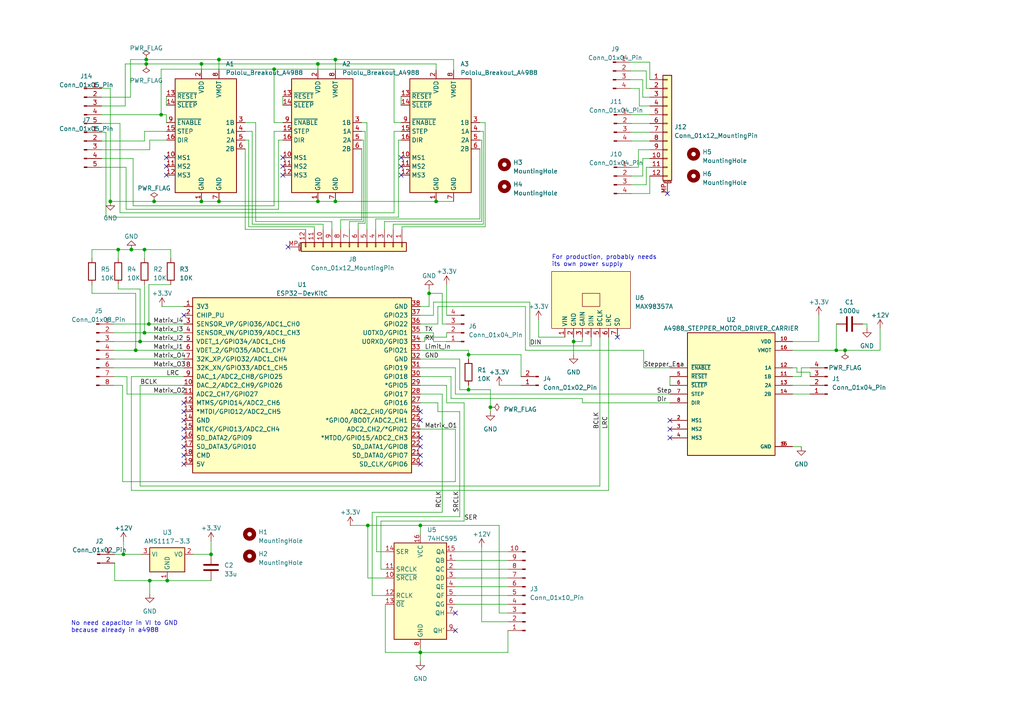
<source format=kicad_sch>
(kicad_sch (version 20230121) (generator eeschema)
  (paper "A4")
  (title_block (title "Wonder Reader 2 Mainboard") (date "2023-05-11") (rev "1") (company "Project Lily"))
  (lib_symbols
    (symbol "74xx:74HC595"
      (property "Reference" "U" (at -7.62 13.97 0))
      (property "Value" "74HC595" (at -7.62 -16.51 0))
      (symbol "74HC595_1_0"
        (pin tri_state line (at 10.16 7.62 180) (length 2.54) (name "QB") (number "1"))
        (pin input line (at -10.16 2.54 0) (length 2.54) (name "~{SRCLR}") (number "10"))
        (pin input line (at -10.16 5.08 0) (length 2.54) (name "SRCLK") (number "11"))
        (pin input line (at -10.16 -2.54 0) (length 2.54) (name "RCLK") (number "12"))
        (pin input line (at -10.16 -5.08 0) (length 2.54) (name "~{OE}") (number "13"))
        (pin input line (at -10.16 10.16 0) (length 2.54) (name "SER") (number "14"))
        (pin tri_state line (at 10.16 10.16 180) (length 2.54) (name "QA") (number "15"))
        (pin power_in line (at 0 15.24 270) (length 2.54) (name "VCC") (number "16"))
        (pin tri_state line (at 10.16 5.08 180) (length 2.54) (name "QC") (number "2"))
        (pin tri_state line (at 10.16 2.54 180) (length 2.54) (name "QD") (number "3"))
        (pin tri_state line (at 10.16 0 180) (length 2.54) (name "QE") (number "4"))
        (pin tri_state line (at 10.16 -2.54 180) (length 2.54) (name "QF") (number "5"))
        (pin tri_state line (at 10.16 -5.08 180) (length 2.54) (name "QG") (number "6"))
        (pin tri_state line (at 10.16 -7.62 180) (length 2.54) (name "QH") (number "7"))
        (pin power_in line (at 0 -17.78 90) (length 2.54) (name "GND") (number "8"))
        (pin output line (at 10.16 -12.7 180) (length 2.54) (name "QH'") (number "9"))
      )
    )
    (symbol "A4988_STEPPER_MOTOR_DRIVER_CARRIER:A4988_STEPPER_MOTOR_DRIVER_CARRIER" (pin_names (offset 1.016))
      (property "Reference" "U" (at -12.7 19.05 0))
      (property "Value" "A4988_STEPPER_MOTOR_DRIVER_CARRIER" (at -12.7 -21.59 0))
      (symbol "A4988_STEPPER_MOTOR_DRIVER_CARRIER_0_0"
        (pin input line (at -17.78 7.62 0) (length 5.08) (name "~{ENABLE}") (number "1"))
        (pin power_in line (at 17.78 15.24 180) (length 5.08) (name "VDD") (number "10"))
        (pin output line (at 17.78 5.08 180) (length 5.08) (name "1B") (number "11"))
        (pin output line (at 17.78 7.62 180) (length 5.08) (name "1A") (number "12"))
        (pin output line (at 17.78 2.54 180) (length 5.08) (name "2A") (number "13"))
        (pin output line (at 17.78 0 180) (length 5.08) (name "2B") (number "14"))
        (pin power_in line (at 17.78 -15.24 180) (length 5.08) (name "GND") (number "15"))
        (pin power_in line (at 17.78 12.7 180) (length 5.08) (name "VMOT") (number "16"))
        (pin input line (at -17.78 -7.62 0) (length 5.08) (name "MS1") (number "2"))
        (pin input line (at -17.78 -10.16 0) (length 5.08) (name "MS2") (number "3"))
        (pin input line (at -17.78 -12.7 0) (length 5.08) (name "MS3") (number "4"))
        (pin input line (at -17.78 5.08 0) (length 5.08) (name "~{RESET}") (number "5"))
        (pin input line (at -17.78 2.54 0) (length 5.08) (name "~{SLEEP}") (number "6"))
        (pin input line (at -17.78 0 0) (length 5.08) (name "STEP") (number "7"))
        (pin input line (at -17.78 -2.54 0) (length 5.08) (name "DIR") (number "8"))
        (pin power_in line (at 17.78 -15.24 180) (length 5.08) (name "GND") (number "9"))
      )
    )
    (symbol "Connector:Conn_01x02_Pin" (pin_names (offset 1.016) hide)
      (property "Reference" "J" (at 0 2.54 0))
      (property "Value" "Conn_01x02_Pin" (at 0 -5.08 0))
      (symbol "Conn_01x02_Pin_1_1"
        (pin passive line (at 5.08 0 180) (length 3.81) (name "Pin_1") (number "1"))
        (pin passive line (at 5.08 -2.54 180) (length 3.81) (name "Pin_2") (number "2"))
      )
    )
    (symbol "Connector:Conn_01x04_Pin" (pin_names (offset 1.016) hide)
      (property "Reference" "J" (at 0 5.08 0))
      (property "Value" "Conn_01x04_Pin" (at 0 -7.62 0))
      (symbol "Conn_01x04_Pin_1_1"
        (pin passive line (at 5.08 2.54 180) (length 3.81) (name "Pin_1") (number "1"))
        (pin passive line (at 5.08 0 180) (length 3.81) (name "Pin_2") (number "2"))
        (pin passive line (at 5.08 -2.54 180) (length 3.81) (name "Pin_3") (number "3"))
        (pin passive line (at 5.08 -5.08 180) (length 3.81) (name "Pin_4") (number "4"))
      )
    )
    (symbol "Connector:Conn_01x05_Pin" (pin_names (offset 1.016) hide)
      (property "Reference" "J" (at 0 7.62 0))
      (property "Value" "Conn_01x05_Pin" (at 0 -7.62 0))
      (symbol "Conn_01x05_Pin_1_1"
        (pin passive line (at 5.08 5.08 180) (length 3.81) (name "Pin_1") (number "1"))
        (pin passive line (at 5.08 2.54 180) (length 3.81) (name "Pin_2") (number "2"))
        (pin passive line (at 5.08 0 180) (length 3.81) (name "Pin_3") (number "3"))
        (pin passive line (at 5.08 -2.54 180) (length 3.81) (name "Pin_4") (number "4"))
        (pin passive line (at 5.08 -5.08 180) (length 3.81) (name "Pin_5") (number "5"))
      )
    )
    (symbol "Connector:Conn_01x08_Pin" (pin_names (offset 1.016) hide)
      (property "Reference" "J" (at 0 10.16 0))
      (property "Value" "Conn_01x08_Pin" (at 0 -12.7 0))
      (symbol "Conn_01x08_Pin_1_1"
        (pin passive line (at 5.08 7.62 180) (length 3.81) (name "Pin_1") (number "1"))
        (pin passive line (at 5.08 5.08 180) (length 3.81) (name "Pin_2") (number "2"))
        (pin passive line (at 5.08 2.54 180) (length 3.81) (name "Pin_3") (number "3"))
        (pin passive line (at 5.08 0 180) (length 3.81) (name "Pin_4") (number "4"))
        (pin passive line (at 5.08 -2.54 180) (length 3.81) (name "Pin_5") (number "5"))
        (pin passive line (at 5.08 -5.08 180) (length 3.81) (name "Pin_6") (number "6"))
        (pin passive line (at 5.08 -7.62 180) (length 3.81) (name "Pin_7") (number "7"))
        (pin passive line (at 5.08 -10.16 180) (length 3.81) (name "Pin_8") (number "8"))
      )
    )
    (symbol "Connector:Conn_01x10_Pin" (pin_names (offset 1.016) hide)
      (property "Reference" "J" (at 0 12.7 0))
      (property "Value" "Conn_01x10_Pin" (at 0 -15.24 0))
      (symbol "Conn_01x10_Pin_1_1"
        (pin passive line (at 5.08 10.16 180) (length 3.81) (name "Pin_1") (number "1"))
        (pin passive line (at 5.08 -12.7 180) (length 3.81) (name "Pin_10") (number "10"))
        (pin passive line (at 5.08 7.62 180) (length 3.81) (name "Pin_2") (number "2"))
        (pin passive line (at 5.08 5.08 180) (length 3.81) (name "Pin_3") (number "3"))
        (pin passive line (at 5.08 2.54 180) (length 3.81) (name "Pin_4") (number "4"))
        (pin passive line (at 5.08 0 180) (length 3.81) (name "Pin_5") (number "5"))
        (pin passive line (at 5.08 -2.54 180) (length 3.81) (name "Pin_6") (number "6"))
        (pin passive line (at 5.08 -5.08 180) (length 3.81) (name "Pin_7") (number "7"))
        (pin passive line (at 5.08 -7.62 180) (length 3.81) (name "Pin_8") (number "8"))
        (pin passive line (at 5.08 -10.16 180) (length 3.81) (name "Pin_9") (number "9"))
      )
    )
    (symbol "Connector_Generic_MountingPin:Conn_01x12_MountingPin" (pin_names (offset 1.016) hide)
      (property "Reference" "J" (at 0 15.24 0))
      (property "Value" "Conn_01x12_MountingPin" (at 1.27 -17.78 0))
      (symbol "Conn_01x12_MountingPin_1_1"
        (text "Mounting" (at 0 -16.891 0) (effects (font (size 0.381 0.381))))
        (pin passive line (at -5.08 12.7 0) (length 3.81) (name "Pin_1") (number "1"))
        (pin passive line (at -5.08 -10.16 0) (length 3.81) (name "Pin_10") (number "10"))
        (pin passive line (at -5.08 -12.7 0) (length 3.81) (name "Pin_11") (number "11"))
        (pin passive line (at -5.08 -15.24 0) (length 3.81) (name "Pin_12") (number "12"))
        (pin passive line (at -5.08 10.16 0) (length 3.81) (name "Pin_2") (number "2"))
        (pin passive line (at -5.08 7.62 0) (length 3.81) (name "Pin_3") (number "3"))
        (pin passive line (at -5.08 5.08 0) (length 3.81) (name "Pin_4") (number "4"))
        (pin passive line (at -5.08 2.54 0) (length 3.81) (name "Pin_5") (number "5"))
        (pin passive line (at -5.08 0 0) (length 3.81) (name "Pin_6") (number "6"))
        (pin passive line (at -5.08 -2.54 0) (length 3.81) (name "Pin_7") (number "7"))
        (pin passive line (at -5.08 -5.08 0) (length 3.81) (name "Pin_8") (number "8"))
        (pin passive line (at -5.08 -7.62 0) (length 3.81) (name "Pin_9") (number "9"))
        (pin passive line (at 0 -20.32 90) (length 3.048) (name "MountPin") (number "MP"))
      )
    )
    (symbol "Device:C" (pin_numbers hide) (pin_names (offset 0.254))
      (property "Reference" "C" (at 0.635 2.54 0))
      (property "Value" "C" (at 0.635 -2.54 0))
      (symbol "C_1_1"
        (pin passive line (at 0 3.81 270) (length 2.794) (name "~") (number "1"))
        (pin passive line (at 0 -3.81 90) (length 2.794) (name "~") (number "2"))
      )
    )
    (symbol "Device:R" (pin_numbers hide) (pin_names (offset 0))
      (property "Reference" "R" (at 2.032 0 90))
      (property "Value" "R" (at 0 0 90))
      (symbol "R_1_1"
        (pin passive line (at 0 3.81 270) (length 1.27) (name "~") (number "1"))
        (pin passive line (at 0 -3.81 90) (length 1.27) (name "~") (number "2"))
      )
    )
    (symbol "Driver_Motor:Pololu_Breakout_A4988"
      (property "Reference" "A" (at -2.54 19.05 0))
      (property "Value" "Pololu_Breakout_A4988" (at -2.54 16.51 0))
      (symbol "Pololu_Breakout_A4988_1_1"
        (pin power_in line (at 0 -20.32 90) (length 2.54) (name "GND") (number "1"))
        (pin input line (at -10.16 -7.62 0) (length 2.54) (name "MS1") (number "10"))
        (pin input line (at -10.16 -10.16 0) (length 2.54) (name "MS2") (number "11"))
        (pin input line (at -10.16 -12.7 0) (length 2.54) (name "MS3") (number "12"))
        (pin input line (at -10.16 10.16 0) (length 2.54) (name "~{RESET}") (number "13"))
        (pin input line (at -10.16 7.62 0) (length 2.54) (name "~{SLEEP}") (number "14"))
        (pin input line (at -10.16 0 0) (length 2.54) (name "STEP") (number "15"))
        (pin input line (at -10.16 -2.54 0) (length 2.54) (name "DIR") (number "16"))
        (pin power_in line (at 0 17.78 270) (length 2.54) (name "VDD") (number "2"))
        (pin output line (at 12.7 2.54 180) (length 2.54) (name "1B") (number "3"))
        (pin output line (at 12.7 0 180) (length 2.54) (name "1A") (number "4"))
        (pin output line (at 12.7 -2.54 180) (length 2.54) (name "2A") (number "5"))
        (pin output line (at 12.7 -5.08 180) (length 2.54) (name "2B") (number "6"))
        (pin power_in line (at 5.08 -20.32 90) (length 2.54) (name "GND") (number "7"))
        (pin power_in line (at 5.08 17.78 270) (length 2.54) (name "VMOT") (number "8"))
        (pin input line (at -10.16 2.54 0) (length 2.54) (name "~{ENABLE}") (number "9"))
      )
    )
    (symbol "Espressif:ESP32-DevKitC" (pin_names (offset 1.016))
      (property "Reference" "U" (at -30.48 30.48 0))
      (property "Value" "ESP32-DevKitC" (at -30.48 27.94 0))
      (symbol "ESP32-DevKitC_0_0"
        (pin power_in line (at -33.02 -10.16 0) (length 2.54) (name "GND") (number "14"))
        (pin power_in line (at -33.02 -22.86 0) (length 2.54) (name "5V") (number "19"))
      )
      (symbol "ESP32-DevKitC_1_1"
        (pin power_in line (at -33.02 22.86 0) (length 2.54) (name "3V3") (number "1"))
        (pin bidirectional line (at -33.02 0 0) (length 2.54) (name "DAC_2/ADC2_CH9/GPIO26") (number "10"))
        (pin bidirectional line (at -33.02 -2.54 0) (length 2.54) (name "ADC2_CH7/GPIO27") (number "11"))
        (pin bidirectional line (at -33.02 -5.08 0) (length 2.54) (name "MTMS/GPIO14/ADC2_CH6") (number "12"))
        (pin bidirectional line (at -33.02 -7.62 0) (length 2.54) (name "*MTDI/GPIO12/ADC2_CH5") (number "13"))
        (pin bidirectional line (at -33.02 -12.7 0) (length 2.54) (name "MTCK/GPIO13/ADC2_CH4") (number "15"))
        (pin bidirectional line (at -33.02 -15.24 0) (length 2.54) (name "SD_DATA2/GPIO9") (number "16"))
        (pin bidirectional line (at -33.02 -17.78 0) (length 2.54) (name "SD_DATA3/GPIO10") (number "17"))
        (pin bidirectional line (at -33.02 -20.32 0) (length 2.54) (name "CMD") (number "18"))
        (pin input line (at -33.02 20.32 0) (length 2.54) (name "CHIP_PU") (number "2"))
        (pin bidirectional line (at 35.56 -22.86 180) (length 2.54) (name "SD_CLK/GPIO6") (number "20"))
        (pin bidirectional line (at 35.56 -20.32 180) (length 2.54) (name "SD_DATA0/GPIO7") (number "21"))
        (pin bidirectional line (at 35.56 -17.78 180) (length 2.54) (name "SD_DATA1/GPIO8") (number "22"))
        (pin bidirectional line (at 35.56 -15.24 180) (length 2.54) (name "*MTDO/GPIO15/ADC2_CH3") (number "23"))
        (pin bidirectional line (at 35.56 -12.7 180) (length 2.54) (name "ADC2_CH2/*GPIO2") (number "24"))
        (pin bidirectional line (at 35.56 -10.16 180) (length 2.54) (name "*GPIO0/BOOT/ADC2_CH1") (number "25"))
        (pin bidirectional line (at 35.56 -7.62 180) (length 2.54) (name "ADC2_CH0/GPIO4") (number "26"))
        (pin bidirectional line (at 35.56 -5.08 180) (length 2.54) (name "GPIO16") (number "27"))
        (pin bidirectional line (at 35.56 -2.54 180) (length 2.54) (name "GPIO17") (number "28"))
        (pin bidirectional line (at 35.56 0 180) (length 2.54) (name "*GPIO5") (number "29"))
        (pin input line (at -33.02 17.78 0) (length 2.54) (name "SENSOR_VP/GPIO36/ADC1_CH0") (number "3"))
        (pin bidirectional line (at 35.56 2.54 180) (length 2.54) (name "GPIO18") (number "30"))
        (pin bidirectional line (at 35.56 5.08 180) (length 2.54) (name "GPIO19") (number "31"))
        (pin power_in line (at 35.56 7.62 180) (length 2.54) (name "GND") (number "32"))
        (pin bidirectional line (at 35.56 10.16 180) (length 2.54) (name "GPIO21") (number "33"))
        (pin bidirectional line (at 35.56 12.7 180) (length 2.54) (name "U0RXD/GPIO3") (number "34"))
        (pin bidirectional line (at 35.56 15.24 180) (length 2.54) (name "U0TXD/GPIO1") (number "35"))
        (pin bidirectional line (at 35.56 17.78 180) (length 2.54) (name "GPIO22") (number "36"))
        (pin bidirectional line (at 35.56 20.32 180) (length 2.54) (name "GPIO23") (number "37"))
        (pin power_in line (at 35.56 22.86 180) (length 2.54) (name "GND") (number "38"))
        (pin input line (at -33.02 15.24 0) (length 2.54) (name "SENSOR_VN/GPIO39/ADC1_CH3") (number "4"))
        (pin input line (at -33.02 12.7 0) (length 2.54) (name "VDET_1/GPIO34/ADC1_CH6") (number "5"))
        (pin input line (at -33.02 10.16 0) (length 2.54) (name "VDET_2/GPIO35/ADC1_CH7") (number "6"))
        (pin bidirectional line (at -33.02 7.62 0) (length 2.54) (name "32K_XP/GPIO32/ADC1_CH4") (number "7"))
        (pin bidirectional line (at -33.02 5.08 0) (length 2.54) (name "32K_XN/GPIO33/ADC1_CH5") (number "8"))
        (pin bidirectional line (at -33.02 2.54 0) (length 2.54) (name "DAC_1/ADC2_CH8/GPIO25") (number "9"))
      )
    )
    (symbol "MAX98357A_1"
      (property "Reference" "U" (at 0 0 0))
      (property "Value" "MAX98357A" (at 0 -2.54 0))
      (symbol "MAX98357A_1_1_1"
        (pin power_in line (at -7.62 -24.13 90) (length 2.54) (name "VIN") (number "1"))
        (pin power_in line (at -5.08 -24.13 90) (length 2.54) (name "GND") (number "2"))
        (pin input line (at -2.54 -24.13 90) (length 2.54) (name "GAIN") (number "3"))
        (pin input line (at 0 -24.13 90) (length 2.54) (name "DIN") (number "4"))
        (pin input line (at 2.54 -24.13 90) (length 2.54) (name "BCLK") (number "5"))
        (pin input line (at 5.08 -24.13 90) (length 2.54) (name "LRC") (number "6"))
        (pin input line (at 7.62 -24.13 90) (length 2.54) (name "SD") (number "7"))
      )
    )
    (symbol "Mechanical:MountingHole" (pin_names (offset 1.016))
      (property "Reference" "H" (at 0 5.08 0))
      (property "Value" "MountingHole" (at 0 3.175 0))
    )
    (symbol "Regulator_Linear:AMS1117-3.3"
      (property "Reference" "U" (at -3.81 3.175 0))
      (property "Value" "AMS1117-3.3" (at 0 3.175 0))
      (symbol "AMS1117-3.3_1_1"
        (pin power_in line (at 0 -7.62 90) (length 2.54) (name "GND") (number "1"))
        (pin power_out line (at 7.62 0 180) (length 2.54) (name "VO") (number "2"))
        (pin power_in line (at -7.62 0 0) (length 2.54) (name "VI") (number "3"))
      )
    )
    (symbol "power:+12V" (power) (pin_names (offset 0))
      (property "Value" "+12V" (at 0 3.556 0))
      (symbol "+12V_1_1"
        (pin power_in line (at 0 0 90) (length 0) hide (name "+12V") (number "1"))
      )
    )
    (symbol "power:+3.3V" (power) (pin_names (offset 0))
      (property "Value" "+3.3V" (at 0 3.556 0))
      (symbol "+3.3V_1_1"
        (pin power_in line (at 0 0 90) (length 0) hide (name "+3.3V") (number "1"))
      )
    )
    (symbol "power:GND" (power) (pin_names (offset 0))
      (property "Value" "GND" (at 0 -3.81 0))
      (symbol "GND_1_1"
        (pin power_in line (at 0 0 270) (length 0) hide (name "GND") (number "1"))
      )
    )
    (symbol "power:PWR_FLAG" (power) (pin_numbers hide) (pin_names (offset 0) hide)
      (property "Value" "PWR_FLAG" (at 0 3.81 0))
      (symbol "PWR_FLAG_0_0"
        (pin power_out line (at 0 0 90) (length 0) (name "pwr") (number "1"))
      )
    )
  )
  (junction (at 97.282 58.42))
  (junction (at 242.57 101.6))
  (junction (at 121.92 152.4))
  (junction (at 38.1 72.39))
  (junction (at 63.5 17.272))
  (junction (at 61.214 160.782))
  (junction (at 97.282 17.272))
  (junction (at 34.29 72.39))
  (junction (at 121.92 189.23))
  (junction (at 166.37 99.06))
  (junction (at 92.202 18.542))
  (junction (at 42.418 17.272))
  (junction (at 135.89 102.87))
  (junction (at 142.24 118.11))
  (junction (at 35.814 160.782))
  (junction (at 63.5 58.42))
  (junction (at 43.18 93.98))
  (junction (at 43.434 168.402))
  (junction (at 126.492 58.42))
  (junction (at 32.004 58.42))
  (junction (at 39.37 101.6))
  (junction (at 79.502 20.066))
  (junction (at 48.514 168.402))
  (junction (at 41.91 72.39))
  (junction (at 42.418 18.542))
  (junction (at 106.68 152.4))
  (junction (at 41.91 96.52))
  (junction (at 58.42 18.542))
  (junction (at 245.11 101.6))
  (junction (at 44.704 58.42))
  (junction (at 92.202 58.42))
  (junction (at 135.89 113.03))
  (junction (at 58.42 58.42))
  (junction (at 46.736 33.274))
  (junction (at 40.64 99.06))
  (junction (at 124.46 85.09))
  (no_connect (at 194.31 127))
  (no_connect (at 48.26 50.8))
  (no_connect (at 82.042 48.26))
  (no_connect (at 194.31 124.46))
  (no_connect (at 121.92 134.62))
  (no_connect (at 48.26 48.26))
  (no_connect (at 116.332 45.72))
  (no_connect (at 121.92 129.54))
  (no_connect (at 121.92 127))
  (no_connect (at 53.34 132.08))
  (no_connect (at 53.34 129.54))
  (no_connect (at 53.34 124.46))
  (no_connect (at 82.042 45.72))
  (no_connect (at 121.92 121.92))
  (no_connect (at 179.07 97.79))
  (no_connect (at 53.34 116.84))
  (no_connect (at 48.26 45.72))
  (no_connect (at 53.34 127))
  (no_connect (at 83.566 71.628))
  (no_connect (at 53.34 134.62))
  (no_connect (at 121.92 132.08))
  (no_connect (at 116.332 50.8))
  (no_connect (at 194.31 121.92))
  (no_connect (at 53.34 121.92))
  (no_connect (at 193.548 56.134))
  (no_connect (at 53.34 119.38))
  (no_connect (at 132.08 182.88))
  (no_connect (at 116.332 48.26))
  (no_connect (at 82.042 50.8))
  (no_connect (at 121.92 119.38))
  (no_connect (at 132.08 177.8))
  (no_connect (at 53.34 91.44))
  (wire (pts (xy 43.434 168.402) (xy 43.434 172.212)))
  (wire (pts (xy 48.26 33.274) (xy 48.26 35.56)))
  (wire (pts (xy 82.042 38.1) (xy 79.502 38.1)))
  (wire (pts (xy 34.29 72.39) (xy 38.1 72.39)))
  (wire (pts (xy 186.69 101.6) (xy 186.69 106.68)))
  (wire (pts (xy 135.89 102.87) (xy 151.13 102.87)))
  (wire (pts (xy 186.436 51.054) (xy 186.436 45.974)))
  (wire (pts (xy 53.34 101.6) (xy 39.37 101.6)))
  (wire (pts (xy 33.274 160.782) (xy 35.814 160.782)))
  (wire (pts (xy 42.418 18.542) (xy 58.42 18.542)))
  (wire (pts (xy 129.54 97.79) (xy 129.54 96.52)))
  (wire (pts (xy 127 88.9) (xy 127 93.98)))
  (wire (pts (xy 107.95 148.59) (xy 107.95 172.72)))
  (wire (pts (xy 98.806 63.754) (xy 98.806 66.548)))
  (wire (pts (xy 147.32 189.23) (xy 121.92 189.23)))
  (wire (pts (xy 116.332 35.56) (xy 114.3 35.56)))
  (wire (pts (xy 107.95 148.59) (xy 128.27 148.59)))
  (wire (pts (xy 183.134 40.894) (xy 188.468 40.894)))
  (wire (pts (xy 43.18 82.55) (xy 43.18 93.98)))
  (wire (pts (xy 166.37 99.06) (xy 166.37 102.87)))
  (wire (pts (xy 73.152 65.024) (xy 93.726 65.024)))
  (wire (pts (xy 79.502 59.69) (xy 38.608 59.69)))
  (wire (pts (xy 106.68 152.4) (xy 121.92 152.4)))
  (wire (pts (xy 26.67 82.55) (xy 26.67 85.09)))
  (wire (pts (xy 108.966 63.5) (xy 139.192 63.5)))
  (wire (pts (xy 147.32 177.8) (xy 144.78 177.8)))
  (wire (pts (xy 229.87 106.68) (xy 231.14 106.68)))
  (wire (pts (xy 26.67 85.09) (xy 39.37 85.09)))
  (wire (pts (xy 43.434 43.434) (xy 29.464 43.434)))
  (wire (pts (xy 53.34 93.98) (xy 43.18 93.98)))
  (wire (pts (xy 110.49 151.13) (xy 110.49 165.1)))
  (wire (pts (xy 133.35 149.86) (xy 109.22 149.86)))
  (wire (pts (xy 121.92 99.06) (xy 123.19 99.06)))
  (wire (pts (xy 39.37 85.09) (xy 39.37 101.6)))
  (wire (pts (xy 114.3 61.722) (xy 114.3 38.1)))
  (wire (pts (xy 124.46 83.82) (xy 124.46 85.09)))
  (wire (pts (xy 255.27 101.6) (xy 255.27 95.25)))
  (wire (pts (xy 139.7 64.262) (xy 111.506 64.262)))
  (wire (pts (xy 140.208 65.024) (xy 140.208 38.1)))
  (wire (pts (xy 58.42 58.42) (xy 63.5 58.42)))
  (wire (pts (xy 114.046 66.548) (xy 114.046 65.024)))
  (wire (pts (xy 43.434 168.402) (xy 48.514 168.402)))
  (wire (pts (xy 116.586 65.786) (xy 116.586 66.548)))
  (wire (pts (xy 125.73 99.06) (xy 129.54 99.06)))
  (wire (pts (xy 152.4 88.9) (xy 152.4 101.6)))
  (wire (pts (xy 46.736 20.066) (xy 46.736 33.274)))
  (wire (pts (xy 229.87 99.06) (xy 237.49 99.06)))
  (wire (pts (xy 106.426 35.56) (xy 104.902 35.56)))
  (wire (pts (xy 111.506 64.262) (xy 111.506 66.548)))
  (wire (pts (xy 49.53 74.93) (xy 49.53 72.39)))
  (wire (pts (xy 34.798 61.722) (xy 114.3 61.722)))
  (wire (pts (xy 121.92 114.3) (xy 128.27 114.3)))
  (wire (pts (xy 33.02 96.52) (xy 41.91 96.52)))
  (wire (pts (xy 139.7 180.34) (xy 147.32 180.34)))
  (wire (pts (xy 37.846 17.272) (xy 42.418 17.272)))
  (wire (pts (xy 232.41 109.22) (xy 232.41 106.68)))
  (wire (pts (xy 35.56 111.76) (xy 35.56 139.7)))
  (wire (pts (xy 97.282 58.42) (xy 126.492 58.42)))
  (wire (pts (xy 30.734 62.992) (xy 30.734 38.354)))
  (wire (pts (xy 171.45 100.33) (xy 171.45 97.79)))
  (wire (pts (xy 40.64 83.82) (xy 40.64 99.06)))
  (wire (pts (xy 92.202 18.542) (xy 92.202 20.32)))
  (wire (pts (xy 71.12 35.56) (xy 74.168 35.56)))
  (wire (pts (xy 71.12 43.18) (xy 71.12 66.548)))
  (wire (pts (xy 37.846 28.194) (xy 37.846 17.272)))
  (wire (pts (xy 105.918 64.77) (xy 103.886 64.77)))
  (wire (pts (xy 152.4 88.9) (xy 127 88.9)))
  (wire (pts (xy 188.468 28.194) (xy 186.436 28.194)))
  (wire (pts (xy 133.35 119.38) (xy 133.35 149.86)))
  (wire (pts (xy 30.734 62.992) (xy 115.57 62.992)))
  (wire (pts (xy 129.54 116.84) (xy 129.54 111.76)))
  (wire (pts (xy 135.89 111.76) (xy 135.89 113.03)))
  (wire (pts (xy 105.918 38.1) (xy 105.918 64.77)))
  (wire (pts (xy 125.73 87.63) (xy 125.73 91.44)))
  (wire (pts (xy 121.92 152.4) (xy 121.92 154.94)))
  (wire (pts (xy 121.92 106.68) (xy 132.08 106.68)))
  (wire (pts (xy 188.468 25.654) (xy 187.452 25.654)))
  (wire (pts (xy 185.42 30.734) (xy 185.42 25.654)))
  (wire (pts (xy 48.26 27.94) (xy 48.26 30.48)))
  (wire (pts (xy 183.134 51.054) (xy 186.436 51.054)))
  (wire (pts (xy 106.68 167.64) (xy 106.68 152.4)))
  (wire (pts (xy 72.136 65.786) (xy 91.186 65.786)))
  (wire (pts (xy 40.64 140.97) (xy 173.99 140.97)))
  (wire (pts (xy 132.08 170.18) (xy 147.32 170.18)))
  (wire (pts (xy 30.734 38.354) (xy 29.464 38.354)))
  (wire (pts (xy 123.19 97.79) (xy 129.54 97.79)))
  (wire (pts (xy 132.08 162.56) (xy 147.32 162.56)))
  (wire (pts (xy 242.57 101.6) (xy 245.11 101.6)))
  (wire (pts (xy 127 119.38) (xy 133.35 119.38)))
  (wire (pts (xy 185.166 43.434) (xy 188.468 43.434)))
  (wire (pts (xy 183.134 38.354) (xy 188.468 38.354)))
  (wire (pts (xy 103.886 64.77) (xy 103.886 66.548)))
  (wire (pts (xy 173.99 140.97) (xy 173.99 97.79)))
  (wire (pts (xy 183.134 35.814) (xy 188.468 35.814)))
  (wire (pts (xy 132.08 175.26) (xy 147.32 175.26)))
  (wire (pts (xy 56.134 160.782) (xy 61.214 160.782)))
  (wire (pts (xy 125.73 96.52) (xy 125.73 99.06)))
  (wire (pts (xy 188.468 30.734) (xy 185.42 30.734)))
  (wire (pts (xy 58.42 18.542) (xy 92.202 18.542)))
  (wire (pts (xy 123.19 99.06) (xy 123.19 97.79)))
  (wire (pts (xy 35.56 111.76) (xy 33.02 111.76)))
  (wire (pts (xy 144.78 177.8) (xy 144.78 152.4)))
  (wire (pts (xy 187.452 25.654) (xy 187.452 20.574)))
  (wire (pts (xy 168.91 115.57) (xy 168.91 116.84)))
  (wire (pts (xy 132.08 114.3) (xy 194.31 114.3)))
  (wire (pts (xy 229.87 114.3) (xy 234.95 114.3)))
  (wire (pts (xy 115.57 40.64) (xy 115.57 62.992)))
  (wire (pts (xy 43.434 40.64) (xy 48.26 40.64)))
  (wire (pts (xy 43.434 40.64) (xy 43.434 43.434)))
  (wire (pts (xy 32.004 25.654) (xy 32.004 58.42)))
  (wire (pts (xy 29.464 25.654) (xy 32.004 25.654)))
  (wire (pts (xy 194.31 109.22) (xy 194.31 111.76)))
  (wire (pts (xy 186.436 45.974) (xy 188.468 45.974)))
  (wire (pts (xy 34.798 35.814) (xy 29.464 35.814)))
  (wire (pts (xy 34.29 74.93) (xy 34.29 72.39)))
  (wire (pts (xy 127 116.84) (xy 127 119.38)))
  (wire (pts (xy 126.492 58.42) (xy 131.572 58.42)))
  (wire (pts (xy 251.46 95.25) (xy 251.46 93.98)))
  (wire (pts (xy 104.902 38.1) (xy 105.918 38.1)))
  (wire (pts (xy 101.6 152.4) (xy 106.68 152.4)))
  (wire (pts (xy 125.73 91.44) (xy 121.92 91.44)))
  (wire (pts (xy 131.572 20.32) (xy 131.572 17.272)))
  (wire (pts (xy 186.436 23.114) (xy 182.88 23.114)))
  (wire (pts (xy 29.464 28.194) (xy 37.846 28.194)))
  (wire (pts (xy 33.274 168.402) (xy 43.434 168.402)))
  (wire (pts (xy 134.62 151.13) (xy 134.62 116.84)))
  (wire (pts (xy 71.12 66.548) (xy 88.646 66.548)))
  (wire (pts (xy 107.95 172.72) (xy 111.76 172.72)))
  (wire (pts (xy 187.452 53.594) (xy 183.134 53.594)))
  (wire (pts (xy 139.192 40.64) (xy 139.7 40.64)))
  (wire (pts (xy 130.81 109.22) (xy 130.81 115.57)))
  (wire (pts (xy 104.902 63.754) (xy 98.806 63.754)))
  (wire (pts (xy 129.54 91.44) (xy 129.54 82.55)))
  (wire (pts (xy 49.53 82.55) (xy 43.18 82.55)))
  (wire (pts (xy 139.7 40.64) (xy 139.7 64.262)))
  (wire (pts (xy 188.468 23.114) (xy 188.468 18.034)))
  (wire (pts (xy 153.67 87.63) (xy 125.73 87.63)))
  (wire (pts (xy 33.274 163.322) (xy 33.274 168.402)))
  (wire (pts (xy 92.202 18.542) (xy 126.492 18.542)))
  (wire (pts (xy 140.716 35.56) (xy 140.716 65.786)))
  (wire (pts (xy 36.83 114.3) (xy 36.83 109.22)))
  (wire (pts (xy 121.92 187.96) (xy 121.92 189.23)))
  (wire (pts (xy 33.02 101.6) (xy 39.37 101.6)))
  (wire (pts (xy 188.468 18.034) (xy 182.88 18.034)))
  (wire (pts (xy 166.37 99.06) (xy 168.91 99.06)))
  (wire (pts (xy 97.282 17.272) (xy 131.572 17.272)))
  (wire (pts (xy 93.726 65.024) (xy 93.726 66.548)))
  (wire (pts (xy 153.67 100.33) (xy 171.45 100.33)))
  (wire (pts (xy 101.346 64.262) (xy 101.346 66.548)))
  (wire (pts (xy 41.91 74.93) (xy 41.91 72.39)))
  (wire (pts (xy 42.418 17.272) (xy 63.5 17.272)))
  (wire (pts (xy 183.134 48.514) (xy 185.166 48.514)))
  (wire (pts (xy 110.49 165.1) (xy 111.76 165.1)))
  (wire (pts (xy 121.92 101.6) (xy 135.89 101.6)))
  (wire (pts (xy 82.042 27.94) (xy 82.042 30.48)))
  (wire (pts (xy 188.468 48.514) (xy 187.452 48.514)))
  (wire (pts (xy 151.13 109.22) (xy 151.13 102.87)))
  (wire (pts (xy 132.08 167.64) (xy 147.32 167.64)))
  (wire (pts (xy 168.91 97.79) (xy 168.91 99.06)))
  (wire (pts (xy 53.34 96.52) (xy 41.91 96.52)))
  (wire (pts (xy 34.798 35.814) (xy 34.798 61.722)))
  (wire (pts (xy 144.78 111.76) (xy 151.13 111.76)))
  (wire (pts (xy 135.89 102.87) (xy 135.89 104.14)))
  (wire (pts (xy 79.502 35.56) (xy 79.502 20.066)))
  (wire (pts (xy 187.452 20.574) (xy 182.88 20.574)))
  (wire (pts (xy 132.08 165.1) (xy 147.32 165.1)))
  (wire (pts (xy 142.24 118.11) (xy 142.24 113.03)))
  (wire (pts (xy 121.92 124.46) (xy 132.08 124.46)))
  (wire (pts (xy 130.81 115.57) (xy 168.91 115.57)))
  (wire (pts (xy 33.02 93.98) (xy 43.18 93.98)))
  (wire (pts (xy 58.42 18.542) (xy 58.42 20.32)))
  (wire (pts (xy 96.266 64.262) (xy 96.266 66.548)))
  (wire (pts (xy 91.186 65.786) (xy 91.186 66.548)))
  (wire (pts (xy 38.1 109.22) (xy 53.34 109.22)))
  (wire (pts (xy 26.67 74.93) (xy 26.67 72.39)))
  (wire (pts (xy 185.42 25.654) (xy 182.88 25.654)))
  (wire (pts (xy 245.11 101.6) (xy 255.27 101.6)))
  (wire (pts (xy 53.34 99.06) (xy 40.64 99.06)))
  (wire (pts (xy 41.91 82.55) (xy 41.91 96.52)))
  (wire (pts (xy 38.1 109.22) (xy 38.1 142.24)))
  (wire (pts (xy 231.14 107.95) (xy 234.95 107.95)))
  (wire (pts (xy 36.576 60.706) (xy 36.576 48.514)))
  (wire (pts (xy 156.21 92.71) (xy 156.21 97.79)))
  (wire (pts (xy 229.87 129.54) (xy 232.41 129.54)))
  (wire (pts (xy 41.91 38.1) (xy 41.91 40.894)))
  (wire (pts (xy 44.704 58.42) (xy 58.42 58.42)))
  (wire (pts (xy 71.12 40.64) (xy 72.136 40.64)))
  (wire (pts (xy 168.91 116.84) (xy 194.31 116.84)))
  (wire (pts (xy 128.27 85.09) (xy 124.46 85.09)))
  (wire (pts (xy 242.57 93.98) (xy 242.57 101.6)))
  (wire (pts (xy 229.87 101.6) (xy 242.57 101.6)))
  (wire (pts (xy 124.46 85.09) (xy 124.46 88.9)))
  (wire (pts (xy 121.92 116.84) (xy 127 116.84)))
  (wire (pts (xy 237.49 91.44) (xy 237.49 99.06)))
  (wire (pts (xy 34.29 83.82) (xy 40.64 83.82)))
  (wire (pts (xy 121.92 93.98) (xy 127 93.98)))
  (wire (pts (xy 82.042 40.64) (xy 80.772 40.64)))
  (wire (pts (xy 53.34 111.76) (xy 40.64 111.76)))
  (wire (pts (xy 105.41 40.64) (xy 105.41 64.262)))
  (wire (pts (xy 53.34 114.3) (xy 36.83 114.3)))
  (wire (pts (xy 183.134 33.274) (xy 188.468 33.274)))
  (wire (pts (xy 132.08 172.72) (xy 147.32 172.72)))
  (wire (pts (xy 114.3 35.56) (xy 114.3 20.066)))
  (wire (pts (xy 36.322 18.542) (xy 42.418 18.542)))
  (wire (pts (xy 92.202 58.42) (xy 97.282 58.42)))
  (wire (pts (xy 152.4 101.6) (xy 186.69 101.6)))
  (wire (pts (xy 33.02 104.14) (xy 53.34 104.14)))
  (wire (pts (xy 114.3 20.066) (xy 79.502 20.066)))
  (wire (pts (xy 186.69 106.68) (xy 194.31 106.68)))
  (wire (pts (xy 109.22 160.02) (xy 111.76 160.02)))
  (wire (pts (xy 183.134 56.134) (xy 188.468 56.134)))
  (wire (pts (xy 105.41 64.262) (xy 101.346 64.262)))
  (wire (pts (xy 61.214 156.972) (xy 61.214 160.782)))
  (wire (pts (xy 111.76 167.64) (xy 106.68 167.64)))
  (wire (pts (xy 46.99 88.9) (xy 53.34 88.9)))
  (wire (pts (xy 121.92 109.22) (xy 130.81 109.22)))
  (wire (pts (xy 74.168 35.56) (xy 74.168 64.262)))
  (wire (pts (xy 142.24 119.38) (xy 142.24 118.11)))
  (wire (pts (xy 29.464 33.274) (xy 46.736 33.274)))
  (wire (pts (xy 41.91 40.894) (xy 29.464 40.894)))
  (wire (pts (xy 36.322 30.734) (xy 36.322 18.542)))
  (wire (pts (xy 166.37 97.79) (xy 166.37 99.06)))
  (wire (pts (xy 185.166 48.514) (xy 185.166 43.434)))
  (wire (pts (xy 121.92 111.76) (xy 129.54 111.76)))
  (wire (pts (xy 38.1 142.24) (xy 176.53 142.24)))
  (wire (pts (xy 126.492 18.542) (xy 126.492 20.32)))
  (wire (pts (xy 72.136 40.64) (xy 72.136 65.786)))
  (wire (pts (xy 140.716 65.786) (xy 116.586 65.786)))
  (wire (pts (xy 187.452 48.514) (xy 187.452 53.594)))
  (wire (pts (xy 133.35 104.14) (xy 133.35 113.03)))
  (wire (pts (xy 104.902 43.18) (xy 104.902 63.754)))
  (wire (pts (xy 63.5 58.42) (xy 92.202 58.42)))
  (wire (pts (xy 35.814 156.972) (xy 35.814 160.782)))
  (wire (pts (xy 33.02 99.06) (xy 40.64 99.06)))
  (wire (pts (xy 139.192 35.56) (xy 140.716 35.56)))
  (wire (pts (xy 46.736 33.274) (xy 48.26 33.274)))
  (wire (pts (xy 40.64 111.76) (xy 40.64 140.97)))
  (wire (pts (xy 111.76 175.26) (xy 111.76 189.23)))
  (wire (pts (xy 41.91 38.1) (xy 48.26 38.1)))
  (wire (pts (xy 33.02 109.22) (xy 36.83 109.22)))
  (wire (pts (xy 73.152 38.1) (xy 73.152 65.024)))
  (wire (pts (xy 38.608 45.974) (xy 29.464 45.974)))
  (wire (pts (xy 74.168 64.262) (xy 96.266 64.262)))
  (wire (pts (xy 132.08 139.7) (xy 35.56 139.7)))
  (wire (pts (xy 63.5 17.272) (xy 97.282 17.272)))
  (wire (pts (xy 104.902 40.64) (xy 105.41 40.64)))
  (wire (pts (xy 156.21 97.79) (xy 163.83 97.79)))
  (wire (pts (xy 121.92 104.14) (xy 133.35 104.14)))
  (wire (pts (xy 132.08 160.02) (xy 147.32 160.02)))
  (wire (pts (xy 49.53 72.39) (xy 41.91 72.39)))
  (wire (pts (xy 232.41 106.68) (xy 234.95 106.68)))
  (wire (pts (xy 231.14 106.68) (xy 231.14 107.95)))
  (wire (pts (xy 79.502 20.066) (xy 46.736 20.066)))
  (wire (pts (xy 80.772 60.706) (xy 36.576 60.706)))
  (wire (pts (xy 140.208 38.1) (xy 139.192 38.1)))
  (wire (pts (xy 63.5 20.32) (xy 63.5 17.272)))
  (wire (pts (xy 108.966 66.548) (xy 108.966 63.5)))
  (wire (pts (xy 121.92 189.23) (xy 121.92 191.77)))
  (wire (pts (xy 71.12 38.1) (xy 73.152 38.1)))
  (wire (pts (xy 186.436 28.194) (xy 186.436 23.114)))
  (wire (pts (xy 34.29 82.55) (xy 34.29 83.82)))
  (wire (pts (xy 124.46 88.9) (xy 121.92 88.9)))
  (wire (pts (xy 229.87 111.76) (xy 234.95 111.76)))
  (wire (pts (xy 114.046 65.024) (xy 140.208 65.024)))
  (wire (pts (xy 79.502 35.56) (xy 82.042 35.56)))
  (wire (pts (xy 116.332 40.64) (xy 115.57 40.64)))
  (wire (pts (xy 116.332 27.94) (xy 116.332 30.48)))
  (wire (pts (xy 128.27 93.98) (xy 128.27 85.09)))
  (wire (pts (xy 106.426 35.56) (xy 106.426 66.548)))
  (wire (pts (xy 32.004 58.42) (xy 44.704 58.42)))
  (wire (pts (xy 135.89 113.03) (xy 142.24 113.03)))
  (wire (pts (xy 26.67 72.39) (xy 34.29 72.39)))
  (wire (pts (xy 36.576 48.514) (xy 29.464 48.514)))
  (wire (pts (xy 133.35 113.03) (xy 135.89 113.03)))
  (wire (pts (xy 114.3 38.1) (xy 116.332 38.1)))
  (wire (pts (xy 97.282 17.272) (xy 97.282 20.32)))
  (wire (pts (xy 139.192 63.5) (xy 139.192 43.18)))
  (wire (pts (xy 132.08 106.68) (xy 132.08 114.3)))
  (wire (pts (xy 109.22 149.86) (xy 109.22 160.02)))
  (wire (pts (xy 128.27 114.3) (xy 128.27 148.59)))
  (wire (pts (xy 41.91 72.39) (xy 38.1 72.39)))
  (wire (pts (xy 147.32 182.88) (xy 147.32 189.23)))
  (wire (pts (xy 79.502 38.1) (xy 79.502 59.69)))
  (wire (pts (xy 188.468 51.054) (xy 188.468 56.134)))
  (wire (pts (xy 144.78 152.4) (xy 121.92 152.4)))
  (wire (pts (xy 48.514 168.402) (xy 61.214 168.402)))
  (wire (pts (xy 134.62 116.84) (xy 129.54 116.84)))
  (wire (pts (xy 153.67 87.63) (xy 153.67 100.33)))
  (wire (pts (xy 33.02 106.68) (xy 53.34 106.68)))
  (wire (pts (xy 176.53 142.24) (xy 176.53 97.79)))
  (wire (pts (xy 129.54 93.98) (xy 128.27 93.98)))
  (wire (pts (xy 132.08 124.46) (xy 132.08 139.7)))
  (wire (pts (xy 251.46 93.98) (xy 250.19 93.98)))
  (wire (pts (xy 35.814 160.782) (xy 40.894 160.782)))
  (wire (pts (xy 110.49 151.13) (xy 134.62 151.13)))
  (wire (pts (xy 111.76 189.23) (xy 121.92 189.23)))
  (wire (pts (xy 229.87 109.22) (xy 232.41 109.22)))
  (wire (pts (xy 135.89 102.87) (xy 135.89 101.6)))
  (wire (pts (xy 139.7 158.75) (xy 139.7 180.34)))
  (wire (pts (xy 234.95 107.95) (xy 234.95 109.22)))
  (wire (pts (xy 38.608 59.69) (xy 38.608 45.974)))
  (wire (pts (xy 121.92 96.52) (xy 125.73 96.52)))
  (wire (pts (xy 80.772 40.64) (xy 80.772 60.706)))
  (wire (pts (xy 29.464 30.734) (xy 36.322 30.734)))
  (text "No need capacitor in VI to GND\nbecause already in a4988" (at 20.574 183.642 0) (effects (font (size 1.27 1.27)) (justify left bottom)))
  (text "For production, probably needs\nits own power supply" (at 160.02 77.47 0) (effects (font (size 1.27 1.27)) (justify left bottom)))
  (label "Matrix_I2" (at 44.45 99.06 0))
  (label "RX" (at 123.19 99.06 0))
  (label "Matrix_I4" (at 44.45 93.98 0))
  (label "DIN" (at 153.67 100.33 0))
  (label "BCLK" (at 173.99 124.46 90))
  (label "TX" (at 123.19 96.52 0))
  (label "GND" (at 123.19 104.14 0))
  (label "RCLK" (at 128.27 147.32 90))
  (label "Matrix_I3" (at 44.45 96.52 0))
  (label "Dir" (at 190.5 116.84 0))
  (label "Stepper_Ena" (at 186.69 106.68 0))
  (label "Limit_In" (at 123.19 101.6 0))
  (label "LRC" (at 48.26 109.22 0))
  (label "Matrix_O1" (at 123.19 124.46 0))
  (label "BCLK" (at 40.64 111.76 0))
  (label "Matrix_O4" (at 44.45 104.14 0))
  (label "Step" (at 190.5 114.3 0))
  (label "SRCLK" (at 133.35 148.59 90))
  (label "Matrix_O2" (at 44.45 114.3 0))
  (label "Matrix_I1" (at 44.45 101.6 0))
  (label "LRC" (at 176.53 120.65 270))
  (label "Matrix_O3" (at 44.45 106.68 0))
  (label "SER" (at 134.62 151.13 0))
  (symbol (lib_id "power:PWR_FLAG") (at 42.418 17.272 0) (unit 1)
    (property "Reference" "#FLG03" (effects hide))
    (property "Value" "PWR_FLAG" (at 42.418 13.97 0))
  )
  (symbol (lib_id "Connector_Generic_MountingPin:Conn_01x12_MountingPin") (at 193.548 35.814 0) (unit 1)
    (property "Reference" "J12" (at 195.58 36.8046 0) (effects (justify left)))
    (property "Value" "Conn_01x12_MountingPin" (at 195.58 39.3446 0) (effects (justify left)))
    (property "Footprint" "Connector_FFC-FPC:Hirose_FH12-12S-0.5SH_1x12-1MP_P0.50mm_Horizontal" (effects hide))
  )
  (symbol (lib_id "power:PWR_FLAG") (at 245.11 101.6 180) (unit 1)
    (property "Reference" "#FLG01" (effects hide))
    (property "Value" "PWR_FLAG" (at 245.11 106.68 0))
  )
  (symbol (lib_id "Device:R") (at 135.89 107.95 0) (unit 1)
    (property "Reference" "R1" (at 138.43 107.315 0) (effects (justify left)))
    (property "Value" "10K" (at 138.43 109.855 0) (effects (justify left)))
    (property "Footprint" "Resistor_SMD:R_0805_2012Metric" (effects hide))
  )
  (symbol (lib_id "power:GND") (at 166.37 102.87 0) (unit 1)
    (property "Reference" "#PWR011" (effects hide))
    (property "Value" "GND" (at 166.37 107.95 0))
  )
  (symbol (lib_id "power:PWR_FLAG") (at 44.704 58.42 0) (unit 1)
    (property "Reference" "#FLG05" (effects hide))
    (property "Value" "PWR_FLAG" (at 44.704 54.61 0))
  )
  (symbol (lib_id "power:GND") (at 232.41 129.54 0) (unit 1)
    (property "Reference" "#PWR05" (effects hide))
    (property "Value" "GND" (at 232.41 134.62 0))
  )
  (symbol (lib_id "power:PWR_FLAG") (at 142.24 118.11 270) (unit 1)
    (property "Reference" "#FLG02" (effects hide))
    (property "Value" "PWR_FLAG" (at 146.05 118.745 90) (effects (justify left)))
  )
  (symbol (lib_id "Device:R") (at 26.67 78.74 0) (unit 1)
    (property "Reference" "R5" (at 29.21 78.105 0) (effects (justify left)))
    (property "Value" "10K" (at 29.21 80.645 0) (effects (justify left)))
    (property "Footprint" "Resistor_SMD:R_0805_2012Metric" (effects hide))
  )
  (symbol (lib_id "Connector:Conn_01x05_Pin") (at 24.384 30.734 0) (unit 1)
    (property "Reference" "J14" (at 25.019 22.098 0))
    (property "Value" "Conn_01x05_Pin" (at 25.019 24.638 0))
    (property "Footprint" "Connector_PinHeader_2.54mm:PinHeader_1x05_P2.54mm_Vertical" (effects hide))
  )
  (symbol (lib_id "Mechanical:MountingHole") (at 146.304 47.752 0) (unit 1)
    (property "Reference" "H3" (at 148.844 47.117 0) (effects (justify left)))
    (property "Value" "MountingHole" (at 148.844 49.657 0) (effects (justify left)))
    (property "Footprint" "MountingHole:MountingHole_2.2mm_M2" (effects hide))
  )
  (symbol (lib_id "power:GND") (at 142.24 119.38 0) (unit 1)
    (property "Reference" "#PWR017" (effects hide))
    (property "Value" "GND" (at 142.24 124.46 0))
  )
  (symbol (lib_id "Connector:Conn_01x04_Pin") (at 240.03 111.76 180) (unit 1)
    (property "Reference" "J1" (at 241.3 109.855 0) (effects (justify right)))
    (property "Value" "Conn_01x04_Pin" (at 241.3 112.395 0) (effects (justify right)))
    (property "Footprint" "Connector_PinHeader_2.54mm:PinHeader_1x04_P2.54mm_Vertical" (effects hide))
  )
  (symbol (lib_id "Device:R") (at 41.91 78.74 0) (unit 1)
    (property "Reference" "R2" (at 44.45 78.105 0) (effects (justify left)))
    (property "Value" "10K" (at 44.45 80.645 0) (effects (justify left)))
    (property "Footprint" "Resistor_SMD:R_0805_2012Metric" (effects hide))
  )
  (symbol (lib_id "Mechanical:MountingHole") (at 72.39 161.29 0) (unit 1)
    (property "Reference" "H2" (at 74.93 160.655 0) (effects (justify left)))
    (property "Value" "MountingHole" (at 74.93 163.195 0) (effects (justify left)))
    (property "Footprint" "MountingHole:MountingHole_2.2mm_M2" (effects hide))
  )
  (symbol (lib_id "Device:C") (at 61.214 164.592 180) (unit 1)
    (property "Reference" "C2" (at 65.024 163.957 0) (effects (justify right)))
    (property "Value" "33u" (at 65.024 166.497 0) (effects (justify right)))
    (property "Footprint" "Capacitor_THT:C_Radial_D5.0mm_H11.0mm_P2.00mm" (effects hide))
  )
  (symbol (lib_id "power:+3.3V") (at 46.99 88.9 0) (unit 1)
    (property "Reference" "#PWR03" (effects hide))
    (property "Value" "+3.3V" (at 46.99 85.09 0))
  )
  (symbol (lib_id "power:+3.3V") (at 129.54 82.55 0) (unit 1)
    (property "Reference" "#PWR018" (effects hide))
    (property "Value" "+3.3V" (at 129.54 78.74 0))
  )
  (symbol (lib_id "power:GND") (at 124.46 83.82 180) (unit 1)
    (property "Reference" "#PWR07" (effects hide))
    (property "Value" "GND" (at 124.46 80.01 0))
  )
  (symbol (lib_id "Device:R") (at 34.29 78.74 0) (unit 1)
    (property "Reference" "R4" (at 36.83 78.105 0) (effects (justify left)))
    (property "Value" "10K" (at 36.83 80.645 0) (effects (justify left)))
    (property "Footprint" "Resistor_SMD:R_0805_2012Metric" (effects hide))
  )
  (symbol (lib_id "power:+3.3V") (at 61.214 156.972 0) (unit 1)
    (property "Reference" "#PWR010" (effects hide))
    (property "Value" "+3.3V" (at 61.214 153.162 0))
  )
  (symbol (lib_id "power:+3.3V") (at 144.78 111.76 0) (unit 1)
    (property "Reference" "#PWR013" (effects hide))
    (property "Value" "+3.3V" (at 144.78 107.95 0))
  )
  (symbol (lib_id "Connector:Conn_01x04_Pin") (at 177.8 20.574 0) (unit 1)
    (property "Reference" "J9" (at 178.435 14.224 0))
    (property "Value" "Conn_01x04_Pin" (at 178.435 16.764 0))
    (property "Footprint" "Connector_PinHeader_2.54mm:PinHeader_1x04_P2.54mm_Vertical" (effects hide))
  )
  (symbol (lib_id "Connector:Conn_01x04_Pin") (at 134.62 96.52 180) (unit 1)
    (property "Reference" "J6" (at 135.89 94.615 0) (effects (justify right)))
    (property "Value" "Conn_01x04_Pin" (at 135.89 97.155 0) (effects (justify right)))
    (property "Footprint" "Connector_PinHeader_2.54mm:PinHeader_1x04_P2.54mm_Vertical" (effects hide))
  )
  (symbol (lib_id "power:+3.3V") (at 237.49 91.44 0) (unit 1)
    (property "Reference" "#PWR02" (effects hide))
    (property "Value" "+3.3V" (at 237.49 87.63 0))
  )
  (symbol (lib_id "Driver_Motor:Pololu_Breakout_A4988") (at 126.492 38.1 0) (unit 1)
    (property "Reference" "A3" (at 133.5279 18.542 0) (effects (justify left)))
    (property "Value" "Pololu_Breakout_A4988" (at 133.5279 21.082 0) (effects (justify left)))
    (property "Footprint" "Module:Pololu_Breakout-16_15.2x20.3mm" (effects hide))
    (property "Datasheet" "https://www.pololu.com/product/2980/pictures" (effects hide))
  )
  (symbol (lib_id "Mechanical:MountingHole") (at 201.168 44.704 0) (unit 1)
    (property "Reference" "H5" (at 203.708 44.069 0) (effects (justify left)))
    (property "Value" "MountingHole" (at 203.708 46.609 0) (effects (justify left)))
    (property "Footprint" "MountingHole:MountingHole_2.2mm_M2" (effects hide))
  )
  (symbol (lib_id "power:+12V") (at 139.7 158.75 0) (unit 1)
    (property "Reference" "#PWR016" (effects hide))
    (property "Value" "+12V" (at 139.7 154.94 0))
  )
  (symbol (lib_id "Connector:Conn_01x02_Pin") (at 28.194 160.782 0) (unit 1)
    (property "Reference" "J2" (at 28.829 156.972 0))
    (property "Value" "Conn_01x02_Pin" (at 28.829 159.512 0))
    (property "Footprint" "Connector_PinHeader_2.54mm:PinHeader_1x02_P2.54mm_Vertical" (effects hide))
  )
  (symbol (lib_name "MAX98357A_1") (lib_id "Custom:MAX98357A") (at 171.45 73.66 0) (unit 1)
    (property "Reference" "U6" (at 184.15 86.36 0) (effects (justify left)))
    (property "Value" "MAX98357A" (at 184.15 88.9 0) (effects (justify left)))
    (property "Footprint" "Custompretty:MAX98357A" (effects hide))
  )
  (symbol (lib_id "power:+12V") (at 255.27 95.25 0) (unit 1)
    (property "Reference" "#PWR01" (effects hide))
    (property "Value" "+12V" (at 255.27 91.44 0))
  )
  (symbol (lib_id "Device:C") (at 246.38 93.98 90) (unit 1)
    (property "Reference" "C1" (at 246.38 87.63 90))
    (property "Value" "1000u" (at 246.38 90.17 90))
    (property "Footprint" "Capacitor_THT:C_Radial_D10.0mm_H16.0mm_P5.00mm" (effects hide))
  )
  (symbol (lib_id "Device:R") (at 49.53 78.74 0) (unit 1)
    (property "Reference" "R3" (at 52.07 78.105 0) (effects (justify left)))
    (property "Value" "10K" (at 52.07 80.645 0) (effects (justify left)))
    (property "Footprint" "Resistor_SMD:R_0805_2012Metric" (effects hide))
  )
  (symbol (lib_id "power:GND") (at 32.004 58.42 0) (unit 1)
    (property "Reference" "#PWR019" (effects hide))
    (property "Value" "GND" (at 32.004 63.246 0))
  )
  (symbol (lib_id "Connector:Conn_01x10_Pin") (at 152.4 172.72 180) (unit 1)
    (property "Reference" "J3" (at 153.67 170.815 0) (effects (justify right)))
    (property "Value" "Conn_01x10_Pin" (at 153.67 173.355 0) (effects (justify right)))
    (property "Footprint" "Connector_PinHeader_2.54mm:PinHeader_1x10_P2.54mm_Vertical" (effects hide))
  )
  (symbol (lib_id "A4988_STEPPER_MOTOR_DRIVER_CARRIER:A4988_STEPPER_MOTOR_DRIVER_CARRIER") (at 212.09 114.3 0) (unit 1)
    (property "Reference" "U2" (at 212.09 92.71 0))
    (property "Value" "A4988_STEPPER_MOTOR_DRIVER_CARRIER" (at 212.09 95.25 0))
    (property "Footprint" "A4988_STEPPER_MOTOR_DRIVER_CARRIER:MODULE_A4988_STEPPER_MOTOR_DRIVER_CARRIER" (effects hide))
    (property "MF" "Pololu" (effects hide))
    (property "DESCRIPTION" "Stepper motor controler; IC: A4988; 1A; Uin mot: 8÷35V" (effects hide))
    (property "PACKAGE" "None" (effects hide))
    (property "PRICE" "None" (effects hide))
    (property "MP" "A4988 STEPPER MOTOR DRIVER CARRIER" (effects hide))
    (property "AVAILABILITY" "Unavailable" (effects hide))
  )
  (symbol (lib_id "Connector:Conn_01x04_Pin") (at 178.054 35.814 0) (unit 1)
    (property "Reference" "J11" (at 178.689 29.464 0))
    (property "Value" "Conn_01x04_Pin" (at 178.689 32.004 0))
    (property "Footprint" "Connector_PinHeader_2.54mm:PinHeader_1x04_P2.54mm_Vertical" (effects hide))
  )
  (symbol (lib_id "Mechanical:MountingHole") (at 72.39 154.94 0) (unit 1)
    (property "Reference" "H1" (at 74.93 154.305 0) (effects (justify left)))
    (property "Value" "MountingHole" (at 74.93 156.845 0) (effects (justify left)))
    (property "Footprint" "MountingHole:MountingHole_2.2mm_M2" (effects hide))
  )
  (symbol (lib_id "74xx:74HC595") (at 121.92 170.18 0) (unit 1)
    (property "Reference" "U5" (at 123.8759 153.67 0) (effects (justify left)))
    (property "Value" "74HC595" (at 123.8759 156.21 0) (effects (justify left)))
    (property "Footprint" "Package_DIP:DIP-16_W7.62mm" (effects hide))
    (property "Datasheet" "http://www.ti.com/lit/ds/symlink/sn74hc595.pdf" (effects hide))
  )
  (symbol (lib_id "Mechanical:MountingHole") (at 146.304 54.102 0) (unit 1)
    (property "Reference" "H4" (at 148.844 53.467 0) (effects (justify left)))
    (property "Value" "MountingHole" (at 148.844 56.007 0) (effects (justify left)))
    (property "Footprint" "MountingHole:MountingHole_2.2mm_M2" (effects hide))
  )
  (symbol (lib_id "power:PWR_FLAG") (at 42.418 18.542 180) (unit 1)
    (property "Reference" "#FLG04" (effects hide))
    (property "Value" "PWR_FLAG" (at 42.418 23.368 0))
  )
  (symbol (lib_id "power:GND") (at 121.92 191.77 0) (unit 1)
    (property "Reference" "#PWR014" (effects hide))
    (property "Value" "GND" (at 121.92 196.85 0))
  )
  (symbol (lib_id "Mechanical:MountingHole") (at 201.168 51.054 0) (unit 1)
    (property "Reference" "H6" (at 203.708 50.419 0) (effects (justify left)))
    (property "Value" "MountingHole" (at 203.708 52.959 0) (effects (justify left)))
    (property "Footprint" "MountingHole:MountingHole_2.2mm_M2" (effects hide))
  )
  (symbol (lib_id "Connector_Generic_MountingPin:Conn_01x12_MountingPin") (at 103.886 71.628 270) (unit 1)
    (property "Reference" "J8" (at 102.2604 75.184 90))
    (property "Value" "Conn_01x12_MountingPin" (at 102.2604 77.724 90))
    (property "Footprint" "Connector_FFC-FPC:Hirose_FH12-12S-0.5SH_1x12-1MP_P0.50mm_Horizontal" (effects hide))
  )
  (symbol (lib_id "power:GND") (at 43.434 172.212 0) (unit 1)
    (property "Reference" "#PWR08" (effects hide))
    (property "Value" "GND" (at 43.434 177.292 0))
  )
  (symbol (lib_id "Espressif:ESP32-DevKitC") (at 86.36 111.76 0) (unit 1)
    (property "Reference" "U1" (at 87.63 82.55 0))
    (property "Value" "ESP32-DevKitC" (at 87.63 85.09 0))
    (property "Footprint" "Espressif:ESP32-DevKitC" (effects hide))
    (property "Datasheet" "https://docs.espressif.com/projects/esp-idf/zh_CN/latest/esp32/hw-reference/esp32/get-started-devkitc.html" (effects hide))
  )
  (symbol (lib_id "power:GND") (at 251.46 95.25 0) (unit 1)
    (property "Reference" "#PWR04" (effects hide))
    (property "Value" "GND" (at 251.46 100.33 0))
  )
  (symbol (lib_id "power:GND") (at 38.1 72.39 180) (unit 1)
    (property "Reference" "#PWR06" (effects hide))
    (property "Value" "GND" (at 38.1 68.58 0))
  )
  (symbol (lib_id "Connector:Conn_01x05_Pin") (at 24.384 43.434 0) (unit 1)
    (property "Reference" "J7" (at 25.019 34.798 0))
    (property "Value" "Conn_01x05_Pin" (at 25.019 37.338 0))
    (property "Footprint" "Connector_PinHeader_2.54mm:PinHeader_1x05_P2.54mm_Vertical" (effects hide))
  )
  (symbol (lib_id "Connector:Conn_01x04_Pin") (at 178.054 51.054 0) (unit 1)
    (property "Reference" "J10" (at 178.689 44.704 0))
    (property "Value" "Conn_01x04_Pin" (at 178.689 47.244 0))
    (property "Footprint" "Connector_PinHeader_2.54mm:PinHeader_1x04_P2.54mm_Vertical" (effects hide))
  )
  (symbol (lib_id "Connector:Conn_01x02_Pin") (at 156.21 111.76 180) (unit 1)
    (property "Reference" "J4" (at 157.48 109.855 0) (effects (justify right)))
    (property "Value" "Conn_01x02_Pin" (at 157.48 112.395 0) (effects (justify right)))
    (property "Footprint" "Connector_PinHeader_2.54mm:PinHeader_1x02_P2.54mm_Vertical" (effects hide))
  )
  (symbol (lib_id "Connector:Conn_01x08_Pin") (at 27.94 101.6 0) (unit 1)
    (property "Reference" "J5" (at 28.575 90.17 0))
    (property "Value" "Conn_01x08_Pin" (at 28.575 92.71 0))
    (property "Footprint" "Connector_PinHeader_2.54mm:PinHeader_1x08_P2.54mm_Vertical" (effects hide))
  )
  (symbol (lib_id "Regulator_Linear:AMS1117-3.3") (at 48.514 160.782 0) (unit 1)
    (property "Reference" "U3" (at 48.514 154.432 0))
    (property "Value" "AMS1117-3.3" (at 48.514 156.972 0))
    (property "Footprint" "Package_TO_SOT_SMD:SOT-223-3_TabPin2" (effects hide))
    (property "Datasheet" "http://www.advanced-monolithic.com/pdf/ds1117.pdf" (effects hide))
  )
  (symbol (lib_id "power:+12V") (at 35.814 156.972 0) (unit 1)
    (property "Reference" "#PWR09" (effects hide))
    (property "Value" "+12V" (at 35.814 153.162 0))
  )
  (symbol (lib_id "power:+3.3V") (at 101.6 152.4 0) (unit 1)
    (property "Reference" "#PWR015" (effects hide))
    (property "Value" "+3.3V" (at 101.6 148.59 0))
  )
  (symbol (lib_id "Driver_Motor:Pololu_Breakout_A4988") (at 58.42 38.1 0) (unit 1)
    (property "Reference" "A1" (at 65.4559 18.542 0) (effects (justify left)))
    (property "Value" "Pololu_Breakout_A4988" (at 65.4559 21.082 0) (effects (justify left)))
    (property "Footprint" "Module:Pololu_Breakout-16_15.2x20.3mm" (effects hide))
    (property "Datasheet" "https://www.pololu.com/product/2980/pictures" (effects hide))
  )
  (symbol (lib_id "power:+3.3V") (at 156.21 92.71 0) (unit 1)
    (property "Reference" "#PWR012" (effects hide))
    (property "Value" "+3.3V" (at 156.21 88.9 0))
  )
  (symbol (lib_id "Driver_Motor:Pololu_Breakout_A4988") (at 92.202 38.1 0) (unit 1)
    (property "Reference" "A2" (at 99.2379 18.542 0) (effects (justify left)))
    (property "Value" "Pololu_Breakout_A4988" (at 99.2379 21.082 0) (effects (justify left)))
    (property "Footprint" "Module:Pololu_Breakout-16_15.2x20.3mm" (effects hide))
    (property "Datasheet" "https://www.pololu.com/product/2980/pictures" (effects hide))
  )
)
</source>
